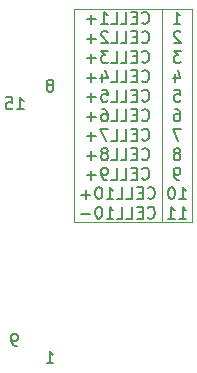
<source format=gbr>
G04 #@! TF.GenerationSoftware,KiCad,Pcbnew,(5.1.6)-1*
G04 #@! TF.CreationDate,2021-05-10T16:45:54-07:00*
G04 #@! TF.ProjectId,NiCd Battery Tester PCB Rev 3,4e694364-2042-4617-9474-657279205465,V2*
G04 #@! TF.SameCoordinates,Original*
G04 #@! TF.FileFunction,Legend,Bot*
G04 #@! TF.FilePolarity,Positive*
%FSLAX46Y46*%
G04 Gerber Fmt 4.6, Leading zero omitted, Abs format (unit mm)*
G04 Created by KiCad (PCBNEW (5.1.6)-1) date 2021-05-10 16:45:54*
%MOMM*%
%LPD*%
G01*
G04 APERTURE LIST*
%ADD10C,0.150000*%
%ADD11C,0.120000*%
G04 APERTURE END LIST*
D10*
X92190476Y-96452380D02*
X92000000Y-96452380D01*
X91904761Y-96404761D01*
X91857142Y-96357142D01*
X91761904Y-96214285D01*
X91714285Y-96023809D01*
X91714285Y-95642857D01*
X91761904Y-95547619D01*
X91809523Y-95500000D01*
X91904761Y-95452380D01*
X92095238Y-95452380D01*
X92190476Y-95500000D01*
X92238095Y-95547619D01*
X92285714Y-95642857D01*
X92285714Y-95880952D01*
X92238095Y-95976190D01*
X92190476Y-96023809D01*
X92095238Y-96071428D01*
X91904761Y-96071428D01*
X91809523Y-96023809D01*
X91761904Y-95976190D01*
X91714285Y-95880952D01*
X92190476Y-76452380D02*
X92761904Y-76452380D01*
X92476190Y-76452380D02*
X92476190Y-75452380D01*
X92571428Y-75595238D01*
X92666666Y-75690476D01*
X92761904Y-75738095D01*
X91285714Y-75452380D02*
X91761904Y-75452380D01*
X91809523Y-75928571D01*
X91761904Y-75880952D01*
X91666666Y-75833333D01*
X91428571Y-75833333D01*
X91333333Y-75880952D01*
X91285714Y-75928571D01*
X91238095Y-76023809D01*
X91238095Y-76261904D01*
X91285714Y-76357142D01*
X91333333Y-76404761D01*
X91428571Y-76452380D01*
X91666666Y-76452380D01*
X91761904Y-76404761D01*
X91809523Y-76357142D01*
X95095238Y-74380952D02*
X95190476Y-74333333D01*
X95238095Y-74285714D01*
X95285714Y-74190476D01*
X95285714Y-74142857D01*
X95238095Y-74047619D01*
X95190476Y-74000000D01*
X95095238Y-73952380D01*
X94904761Y-73952380D01*
X94809523Y-74000000D01*
X94761904Y-74047619D01*
X94714285Y-74142857D01*
X94714285Y-74190476D01*
X94761904Y-74285714D01*
X94809523Y-74333333D01*
X94904761Y-74380952D01*
X95095238Y-74380952D01*
X95190476Y-74428571D01*
X95238095Y-74476190D01*
X95285714Y-74571428D01*
X95285714Y-74761904D01*
X95238095Y-74857142D01*
X95190476Y-74904761D01*
X95095238Y-74952380D01*
X94904761Y-74952380D01*
X94809523Y-74904761D01*
X94761904Y-74857142D01*
X94714285Y-74761904D01*
X94714285Y-74571428D01*
X94761904Y-74476190D01*
X94809523Y-74428571D01*
X94904761Y-74380952D01*
X94714285Y-97952380D02*
X95285714Y-97952380D01*
X95000000Y-97952380D02*
X95000000Y-96952380D01*
X95095238Y-97095238D01*
X95190476Y-97190476D01*
X95285714Y-97238095D01*
D11*
X104500000Y-86000000D02*
X104500000Y-68000000D01*
X107000000Y-86000000D02*
X104000000Y-86000000D01*
X107000000Y-68000000D02*
X107000000Y-86000000D01*
X97000000Y-68000000D02*
X107000000Y-68000000D01*
X97000000Y-86000000D02*
X97000000Y-68000000D01*
X107000000Y-86000000D02*
X97000000Y-86000000D01*
D10*
X102797619Y-69107142D02*
X102845238Y-69154761D01*
X102988095Y-69202380D01*
X103083333Y-69202380D01*
X103226190Y-69154761D01*
X103321428Y-69059523D01*
X103369047Y-68964285D01*
X103416666Y-68773809D01*
X103416666Y-68630952D01*
X103369047Y-68440476D01*
X103321428Y-68345238D01*
X103226190Y-68250000D01*
X103083333Y-68202380D01*
X102988095Y-68202380D01*
X102845238Y-68250000D01*
X102797619Y-68297619D01*
X102369047Y-68678571D02*
X102035714Y-68678571D01*
X101892857Y-69202380D02*
X102369047Y-69202380D01*
X102369047Y-68202380D01*
X101892857Y-68202380D01*
X100988095Y-69202380D02*
X101464285Y-69202380D01*
X101464285Y-68202380D01*
X100178571Y-69202380D02*
X100654761Y-69202380D01*
X100654761Y-68202380D01*
X99321428Y-69202380D02*
X99892857Y-69202380D01*
X99607142Y-69202380D02*
X99607142Y-68202380D01*
X99702380Y-68345238D01*
X99797619Y-68440476D01*
X99892857Y-68488095D01*
X98892857Y-68821428D02*
X98130952Y-68821428D01*
X98511904Y-69202380D02*
X98511904Y-68440476D01*
X102797619Y-70757142D02*
X102845238Y-70804761D01*
X102988095Y-70852380D01*
X103083333Y-70852380D01*
X103226190Y-70804761D01*
X103321428Y-70709523D01*
X103369047Y-70614285D01*
X103416666Y-70423809D01*
X103416666Y-70280952D01*
X103369047Y-70090476D01*
X103321428Y-69995238D01*
X103226190Y-69900000D01*
X103083333Y-69852380D01*
X102988095Y-69852380D01*
X102845238Y-69900000D01*
X102797619Y-69947619D01*
X102369047Y-70328571D02*
X102035714Y-70328571D01*
X101892857Y-70852380D02*
X102369047Y-70852380D01*
X102369047Y-69852380D01*
X101892857Y-69852380D01*
X100988095Y-70852380D02*
X101464285Y-70852380D01*
X101464285Y-69852380D01*
X100178571Y-70852380D02*
X100654761Y-70852380D01*
X100654761Y-69852380D01*
X99892857Y-69947619D02*
X99845238Y-69900000D01*
X99750000Y-69852380D01*
X99511904Y-69852380D01*
X99416666Y-69900000D01*
X99369047Y-69947619D01*
X99321428Y-70042857D01*
X99321428Y-70138095D01*
X99369047Y-70280952D01*
X99940476Y-70852380D01*
X99321428Y-70852380D01*
X98892857Y-70471428D02*
X98130952Y-70471428D01*
X98511904Y-70852380D02*
X98511904Y-70090476D01*
X102797619Y-72407142D02*
X102845238Y-72454761D01*
X102988095Y-72502380D01*
X103083333Y-72502380D01*
X103226190Y-72454761D01*
X103321428Y-72359523D01*
X103369047Y-72264285D01*
X103416666Y-72073809D01*
X103416666Y-71930952D01*
X103369047Y-71740476D01*
X103321428Y-71645238D01*
X103226190Y-71550000D01*
X103083333Y-71502380D01*
X102988095Y-71502380D01*
X102845238Y-71550000D01*
X102797619Y-71597619D01*
X102369047Y-71978571D02*
X102035714Y-71978571D01*
X101892857Y-72502380D02*
X102369047Y-72502380D01*
X102369047Y-71502380D01*
X101892857Y-71502380D01*
X100988095Y-72502380D02*
X101464285Y-72502380D01*
X101464285Y-71502380D01*
X100178571Y-72502380D02*
X100654761Y-72502380D01*
X100654761Y-71502380D01*
X99940476Y-71502380D02*
X99321428Y-71502380D01*
X99654761Y-71883333D01*
X99511904Y-71883333D01*
X99416666Y-71930952D01*
X99369047Y-71978571D01*
X99321428Y-72073809D01*
X99321428Y-72311904D01*
X99369047Y-72407142D01*
X99416666Y-72454761D01*
X99511904Y-72502380D01*
X99797619Y-72502380D01*
X99892857Y-72454761D01*
X99940476Y-72407142D01*
X98892857Y-72121428D02*
X98130952Y-72121428D01*
X98511904Y-72502380D02*
X98511904Y-71740476D01*
X102797619Y-74057142D02*
X102845238Y-74104761D01*
X102988095Y-74152380D01*
X103083333Y-74152380D01*
X103226190Y-74104761D01*
X103321428Y-74009523D01*
X103369047Y-73914285D01*
X103416666Y-73723809D01*
X103416666Y-73580952D01*
X103369047Y-73390476D01*
X103321428Y-73295238D01*
X103226190Y-73200000D01*
X103083333Y-73152380D01*
X102988095Y-73152380D01*
X102845238Y-73200000D01*
X102797619Y-73247619D01*
X102369047Y-73628571D02*
X102035714Y-73628571D01*
X101892857Y-74152380D02*
X102369047Y-74152380D01*
X102369047Y-73152380D01*
X101892857Y-73152380D01*
X100988095Y-74152380D02*
X101464285Y-74152380D01*
X101464285Y-73152380D01*
X100178571Y-74152380D02*
X100654761Y-74152380D01*
X100654761Y-73152380D01*
X99416666Y-73485714D02*
X99416666Y-74152380D01*
X99654761Y-73104761D02*
X99892857Y-73819047D01*
X99273809Y-73819047D01*
X98892857Y-73771428D02*
X98130952Y-73771428D01*
X98511904Y-74152380D02*
X98511904Y-73390476D01*
X102797619Y-75707142D02*
X102845238Y-75754761D01*
X102988095Y-75802380D01*
X103083333Y-75802380D01*
X103226190Y-75754761D01*
X103321428Y-75659523D01*
X103369047Y-75564285D01*
X103416666Y-75373809D01*
X103416666Y-75230952D01*
X103369047Y-75040476D01*
X103321428Y-74945238D01*
X103226190Y-74850000D01*
X103083333Y-74802380D01*
X102988095Y-74802380D01*
X102845238Y-74850000D01*
X102797619Y-74897619D01*
X102369047Y-75278571D02*
X102035714Y-75278571D01*
X101892857Y-75802380D02*
X102369047Y-75802380D01*
X102369047Y-74802380D01*
X101892857Y-74802380D01*
X100988095Y-75802380D02*
X101464285Y-75802380D01*
X101464285Y-74802380D01*
X100178571Y-75802380D02*
X100654761Y-75802380D01*
X100654761Y-74802380D01*
X99369047Y-74802380D02*
X99845238Y-74802380D01*
X99892857Y-75278571D01*
X99845238Y-75230952D01*
X99750000Y-75183333D01*
X99511904Y-75183333D01*
X99416666Y-75230952D01*
X99369047Y-75278571D01*
X99321428Y-75373809D01*
X99321428Y-75611904D01*
X99369047Y-75707142D01*
X99416666Y-75754761D01*
X99511904Y-75802380D01*
X99750000Y-75802380D01*
X99845238Y-75754761D01*
X99892857Y-75707142D01*
X98892857Y-75421428D02*
X98130952Y-75421428D01*
X98511904Y-75802380D02*
X98511904Y-75040476D01*
X102797619Y-77357142D02*
X102845238Y-77404761D01*
X102988095Y-77452380D01*
X103083333Y-77452380D01*
X103226190Y-77404761D01*
X103321428Y-77309523D01*
X103369047Y-77214285D01*
X103416666Y-77023809D01*
X103416666Y-76880952D01*
X103369047Y-76690476D01*
X103321428Y-76595238D01*
X103226190Y-76500000D01*
X103083333Y-76452380D01*
X102988095Y-76452380D01*
X102845238Y-76500000D01*
X102797619Y-76547619D01*
X102369047Y-76928571D02*
X102035714Y-76928571D01*
X101892857Y-77452380D02*
X102369047Y-77452380D01*
X102369047Y-76452380D01*
X101892857Y-76452380D01*
X100988095Y-77452380D02*
X101464285Y-77452380D01*
X101464285Y-76452380D01*
X100178571Y-77452380D02*
X100654761Y-77452380D01*
X100654761Y-76452380D01*
X99416666Y-76452380D02*
X99607142Y-76452380D01*
X99702380Y-76500000D01*
X99750000Y-76547619D01*
X99845238Y-76690476D01*
X99892857Y-76880952D01*
X99892857Y-77261904D01*
X99845238Y-77357142D01*
X99797619Y-77404761D01*
X99702380Y-77452380D01*
X99511904Y-77452380D01*
X99416666Y-77404761D01*
X99369047Y-77357142D01*
X99321428Y-77261904D01*
X99321428Y-77023809D01*
X99369047Y-76928571D01*
X99416666Y-76880952D01*
X99511904Y-76833333D01*
X99702380Y-76833333D01*
X99797619Y-76880952D01*
X99845238Y-76928571D01*
X99892857Y-77023809D01*
X98892857Y-77071428D02*
X98130952Y-77071428D01*
X98511904Y-77452380D02*
X98511904Y-76690476D01*
X102797619Y-79007142D02*
X102845238Y-79054761D01*
X102988095Y-79102380D01*
X103083333Y-79102380D01*
X103226190Y-79054761D01*
X103321428Y-78959523D01*
X103369047Y-78864285D01*
X103416666Y-78673809D01*
X103416666Y-78530952D01*
X103369047Y-78340476D01*
X103321428Y-78245238D01*
X103226190Y-78150000D01*
X103083333Y-78102380D01*
X102988095Y-78102380D01*
X102845238Y-78150000D01*
X102797619Y-78197619D01*
X102369047Y-78578571D02*
X102035714Y-78578571D01*
X101892857Y-79102380D02*
X102369047Y-79102380D01*
X102369047Y-78102380D01*
X101892857Y-78102380D01*
X100988095Y-79102380D02*
X101464285Y-79102380D01*
X101464285Y-78102380D01*
X100178571Y-79102380D02*
X100654761Y-79102380D01*
X100654761Y-78102380D01*
X99940476Y-78102380D02*
X99273809Y-78102380D01*
X99702380Y-79102380D01*
X98892857Y-78721428D02*
X98130952Y-78721428D01*
X98511904Y-79102380D02*
X98511904Y-78340476D01*
X102797619Y-80657142D02*
X102845238Y-80704761D01*
X102988095Y-80752380D01*
X103083333Y-80752380D01*
X103226190Y-80704761D01*
X103321428Y-80609523D01*
X103369047Y-80514285D01*
X103416666Y-80323809D01*
X103416666Y-80180952D01*
X103369047Y-79990476D01*
X103321428Y-79895238D01*
X103226190Y-79800000D01*
X103083333Y-79752380D01*
X102988095Y-79752380D01*
X102845238Y-79800000D01*
X102797619Y-79847619D01*
X102369047Y-80228571D02*
X102035714Y-80228571D01*
X101892857Y-80752380D02*
X102369047Y-80752380D01*
X102369047Y-79752380D01*
X101892857Y-79752380D01*
X100988095Y-80752380D02*
X101464285Y-80752380D01*
X101464285Y-79752380D01*
X100178571Y-80752380D02*
X100654761Y-80752380D01*
X100654761Y-79752380D01*
X99702380Y-80180952D02*
X99797619Y-80133333D01*
X99845238Y-80085714D01*
X99892857Y-79990476D01*
X99892857Y-79942857D01*
X99845238Y-79847619D01*
X99797619Y-79800000D01*
X99702380Y-79752380D01*
X99511904Y-79752380D01*
X99416666Y-79800000D01*
X99369047Y-79847619D01*
X99321428Y-79942857D01*
X99321428Y-79990476D01*
X99369047Y-80085714D01*
X99416666Y-80133333D01*
X99511904Y-80180952D01*
X99702380Y-80180952D01*
X99797619Y-80228571D01*
X99845238Y-80276190D01*
X99892857Y-80371428D01*
X99892857Y-80561904D01*
X99845238Y-80657142D01*
X99797619Y-80704761D01*
X99702380Y-80752380D01*
X99511904Y-80752380D01*
X99416666Y-80704761D01*
X99369047Y-80657142D01*
X99321428Y-80561904D01*
X99321428Y-80371428D01*
X99369047Y-80276190D01*
X99416666Y-80228571D01*
X99511904Y-80180952D01*
X98892857Y-80371428D02*
X98130952Y-80371428D01*
X98511904Y-80752380D02*
X98511904Y-79990476D01*
X102797619Y-82307142D02*
X102845238Y-82354761D01*
X102988095Y-82402380D01*
X103083333Y-82402380D01*
X103226190Y-82354761D01*
X103321428Y-82259523D01*
X103369047Y-82164285D01*
X103416666Y-81973809D01*
X103416666Y-81830952D01*
X103369047Y-81640476D01*
X103321428Y-81545238D01*
X103226190Y-81450000D01*
X103083333Y-81402380D01*
X102988095Y-81402380D01*
X102845238Y-81450000D01*
X102797619Y-81497619D01*
X102369047Y-81878571D02*
X102035714Y-81878571D01*
X101892857Y-82402380D02*
X102369047Y-82402380D01*
X102369047Y-81402380D01*
X101892857Y-81402380D01*
X100988095Y-82402380D02*
X101464285Y-82402380D01*
X101464285Y-81402380D01*
X100178571Y-82402380D02*
X100654761Y-82402380D01*
X100654761Y-81402380D01*
X99797619Y-82402380D02*
X99607142Y-82402380D01*
X99511904Y-82354761D01*
X99464285Y-82307142D01*
X99369047Y-82164285D01*
X99321428Y-81973809D01*
X99321428Y-81592857D01*
X99369047Y-81497619D01*
X99416666Y-81450000D01*
X99511904Y-81402380D01*
X99702380Y-81402380D01*
X99797619Y-81450000D01*
X99845238Y-81497619D01*
X99892857Y-81592857D01*
X99892857Y-81830952D01*
X99845238Y-81926190D01*
X99797619Y-81973809D01*
X99702380Y-82021428D01*
X99511904Y-82021428D01*
X99416666Y-81973809D01*
X99369047Y-81926190D01*
X99321428Y-81830952D01*
X98892857Y-82021428D02*
X98130952Y-82021428D01*
X98511904Y-82402380D02*
X98511904Y-81640476D01*
X103273809Y-83957142D02*
X103321428Y-84004761D01*
X103464285Y-84052380D01*
X103559523Y-84052380D01*
X103702380Y-84004761D01*
X103797619Y-83909523D01*
X103845238Y-83814285D01*
X103892857Y-83623809D01*
X103892857Y-83480952D01*
X103845238Y-83290476D01*
X103797619Y-83195238D01*
X103702380Y-83100000D01*
X103559523Y-83052380D01*
X103464285Y-83052380D01*
X103321428Y-83100000D01*
X103273809Y-83147619D01*
X102845238Y-83528571D02*
X102511904Y-83528571D01*
X102369047Y-84052380D02*
X102845238Y-84052380D01*
X102845238Y-83052380D01*
X102369047Y-83052380D01*
X101464285Y-84052380D02*
X101940476Y-84052380D01*
X101940476Y-83052380D01*
X100654761Y-84052380D02*
X101130952Y-84052380D01*
X101130952Y-83052380D01*
X99797619Y-84052380D02*
X100369047Y-84052380D01*
X100083333Y-84052380D02*
X100083333Y-83052380D01*
X100178571Y-83195238D01*
X100273809Y-83290476D01*
X100369047Y-83338095D01*
X99178571Y-83052380D02*
X99083333Y-83052380D01*
X98988095Y-83100000D01*
X98940476Y-83147619D01*
X98892857Y-83242857D01*
X98845238Y-83433333D01*
X98845238Y-83671428D01*
X98892857Y-83861904D01*
X98940476Y-83957142D01*
X98988095Y-84004761D01*
X99083333Y-84052380D01*
X99178571Y-84052380D01*
X99273809Y-84004761D01*
X99321428Y-83957142D01*
X99369047Y-83861904D01*
X99416666Y-83671428D01*
X99416666Y-83433333D01*
X99369047Y-83242857D01*
X99321428Y-83147619D01*
X99273809Y-83100000D01*
X99178571Y-83052380D01*
X98416666Y-83671428D02*
X97654761Y-83671428D01*
X98035714Y-84052380D02*
X98035714Y-83290476D01*
X103273809Y-85607142D02*
X103321428Y-85654761D01*
X103464285Y-85702380D01*
X103559523Y-85702380D01*
X103702380Y-85654761D01*
X103797619Y-85559523D01*
X103845238Y-85464285D01*
X103892857Y-85273809D01*
X103892857Y-85130952D01*
X103845238Y-84940476D01*
X103797619Y-84845238D01*
X103702380Y-84750000D01*
X103559523Y-84702380D01*
X103464285Y-84702380D01*
X103321428Y-84750000D01*
X103273809Y-84797619D01*
X102845238Y-85178571D02*
X102511904Y-85178571D01*
X102369047Y-85702380D02*
X102845238Y-85702380D01*
X102845238Y-84702380D01*
X102369047Y-84702380D01*
X101464285Y-85702380D02*
X101940476Y-85702380D01*
X101940476Y-84702380D01*
X100654761Y-85702380D02*
X101130952Y-85702380D01*
X101130952Y-84702380D01*
X99797619Y-85702380D02*
X100369047Y-85702380D01*
X100083333Y-85702380D02*
X100083333Y-84702380D01*
X100178571Y-84845238D01*
X100273809Y-84940476D01*
X100369047Y-84988095D01*
X99178571Y-84702380D02*
X99083333Y-84702380D01*
X98988095Y-84750000D01*
X98940476Y-84797619D01*
X98892857Y-84892857D01*
X98845238Y-85083333D01*
X98845238Y-85321428D01*
X98892857Y-85511904D01*
X98940476Y-85607142D01*
X98988095Y-85654761D01*
X99083333Y-85702380D01*
X99178571Y-85702380D01*
X99273809Y-85654761D01*
X99321428Y-85607142D01*
X99369047Y-85511904D01*
X99416666Y-85321428D01*
X99416666Y-85083333D01*
X99369047Y-84892857D01*
X99321428Y-84797619D01*
X99273809Y-84750000D01*
X99178571Y-84702380D01*
X98416666Y-85321428D02*
X97654761Y-85321428D01*
X105464285Y-69202380D02*
X106035714Y-69202380D01*
X105750000Y-69202380D02*
X105750000Y-68202380D01*
X105845238Y-68345238D01*
X105940476Y-68440476D01*
X106035714Y-68488095D01*
X106035714Y-69947619D02*
X105988095Y-69900000D01*
X105892857Y-69852380D01*
X105654761Y-69852380D01*
X105559523Y-69900000D01*
X105511904Y-69947619D01*
X105464285Y-70042857D01*
X105464285Y-70138095D01*
X105511904Y-70280952D01*
X106083333Y-70852380D01*
X105464285Y-70852380D01*
X106083333Y-71502380D02*
X105464285Y-71502380D01*
X105797619Y-71883333D01*
X105654761Y-71883333D01*
X105559523Y-71930952D01*
X105511904Y-71978571D01*
X105464285Y-72073809D01*
X105464285Y-72311904D01*
X105511904Y-72407142D01*
X105559523Y-72454761D01*
X105654761Y-72502380D01*
X105940476Y-72502380D01*
X106035714Y-72454761D01*
X106083333Y-72407142D01*
X105559523Y-73485714D02*
X105559523Y-74152380D01*
X105797619Y-73104761D02*
X106035714Y-73819047D01*
X105416666Y-73819047D01*
X105511904Y-74802380D02*
X105988095Y-74802380D01*
X106035714Y-75278571D01*
X105988095Y-75230952D01*
X105892857Y-75183333D01*
X105654761Y-75183333D01*
X105559523Y-75230952D01*
X105511904Y-75278571D01*
X105464285Y-75373809D01*
X105464285Y-75611904D01*
X105511904Y-75707142D01*
X105559523Y-75754761D01*
X105654761Y-75802380D01*
X105892857Y-75802380D01*
X105988095Y-75754761D01*
X106035714Y-75707142D01*
X105559523Y-76452380D02*
X105750000Y-76452380D01*
X105845238Y-76500000D01*
X105892857Y-76547619D01*
X105988095Y-76690476D01*
X106035714Y-76880952D01*
X106035714Y-77261904D01*
X105988095Y-77357142D01*
X105940476Y-77404761D01*
X105845238Y-77452380D01*
X105654761Y-77452380D01*
X105559523Y-77404761D01*
X105511904Y-77357142D01*
X105464285Y-77261904D01*
X105464285Y-77023809D01*
X105511904Y-76928571D01*
X105559523Y-76880952D01*
X105654761Y-76833333D01*
X105845238Y-76833333D01*
X105940476Y-76880952D01*
X105988095Y-76928571D01*
X106035714Y-77023809D01*
X106083333Y-78102380D02*
X105416666Y-78102380D01*
X105845238Y-79102380D01*
X105845238Y-80180952D02*
X105940476Y-80133333D01*
X105988095Y-80085714D01*
X106035714Y-79990476D01*
X106035714Y-79942857D01*
X105988095Y-79847619D01*
X105940476Y-79800000D01*
X105845238Y-79752380D01*
X105654761Y-79752380D01*
X105559523Y-79800000D01*
X105511904Y-79847619D01*
X105464285Y-79942857D01*
X105464285Y-79990476D01*
X105511904Y-80085714D01*
X105559523Y-80133333D01*
X105654761Y-80180952D01*
X105845238Y-80180952D01*
X105940476Y-80228571D01*
X105988095Y-80276190D01*
X106035714Y-80371428D01*
X106035714Y-80561904D01*
X105988095Y-80657142D01*
X105940476Y-80704761D01*
X105845238Y-80752380D01*
X105654761Y-80752380D01*
X105559523Y-80704761D01*
X105511904Y-80657142D01*
X105464285Y-80561904D01*
X105464285Y-80371428D01*
X105511904Y-80276190D01*
X105559523Y-80228571D01*
X105654761Y-80180952D01*
X105940476Y-82402380D02*
X105750000Y-82402380D01*
X105654761Y-82354761D01*
X105607142Y-82307142D01*
X105511904Y-82164285D01*
X105464285Y-81973809D01*
X105464285Y-81592857D01*
X105511904Y-81497619D01*
X105559523Y-81450000D01*
X105654761Y-81402380D01*
X105845238Y-81402380D01*
X105940476Y-81450000D01*
X105988095Y-81497619D01*
X106035714Y-81592857D01*
X106035714Y-81830952D01*
X105988095Y-81926190D01*
X105940476Y-81973809D01*
X105845238Y-82021428D01*
X105654761Y-82021428D01*
X105559523Y-81973809D01*
X105511904Y-81926190D01*
X105464285Y-81830952D01*
X105940476Y-84052380D02*
X106511904Y-84052380D01*
X106226190Y-84052380D02*
X106226190Y-83052380D01*
X106321428Y-83195238D01*
X106416666Y-83290476D01*
X106511904Y-83338095D01*
X105321428Y-83052380D02*
X105226190Y-83052380D01*
X105130952Y-83100000D01*
X105083333Y-83147619D01*
X105035714Y-83242857D01*
X104988095Y-83433333D01*
X104988095Y-83671428D01*
X105035714Y-83861904D01*
X105083333Y-83957142D01*
X105130952Y-84004761D01*
X105226190Y-84052380D01*
X105321428Y-84052380D01*
X105416666Y-84004761D01*
X105464285Y-83957142D01*
X105511904Y-83861904D01*
X105559523Y-83671428D01*
X105559523Y-83433333D01*
X105511904Y-83242857D01*
X105464285Y-83147619D01*
X105416666Y-83100000D01*
X105321428Y-83052380D01*
X105940476Y-85702380D02*
X106511904Y-85702380D01*
X106226190Y-85702380D02*
X106226190Y-84702380D01*
X106321428Y-84845238D01*
X106416666Y-84940476D01*
X106511904Y-84988095D01*
X104988095Y-85702380D02*
X105559523Y-85702380D01*
X105273809Y-85702380D02*
X105273809Y-84702380D01*
X105369047Y-84845238D01*
X105464285Y-84940476D01*
X105559523Y-84988095D01*
M02*

</source>
